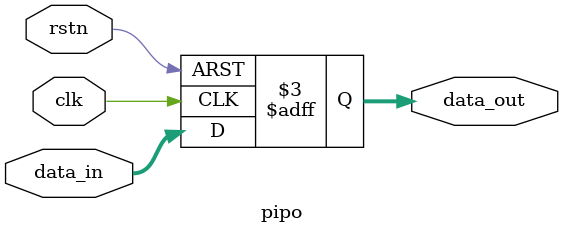
<source format=v>
module pipo(clk,rstn,data_in,data_out);

parameter DW=4;
input wire          clk,rstn;
input wire [DW-1:0] data_in;
output reg [DW-1:0] data_out;

always@(posedge clk,negedge rstn) begin
 if (!rstn) begin
  data_out<='d0;
 end
 else begin
  data_out<=data_in;
 end
end
endmodule

</source>
